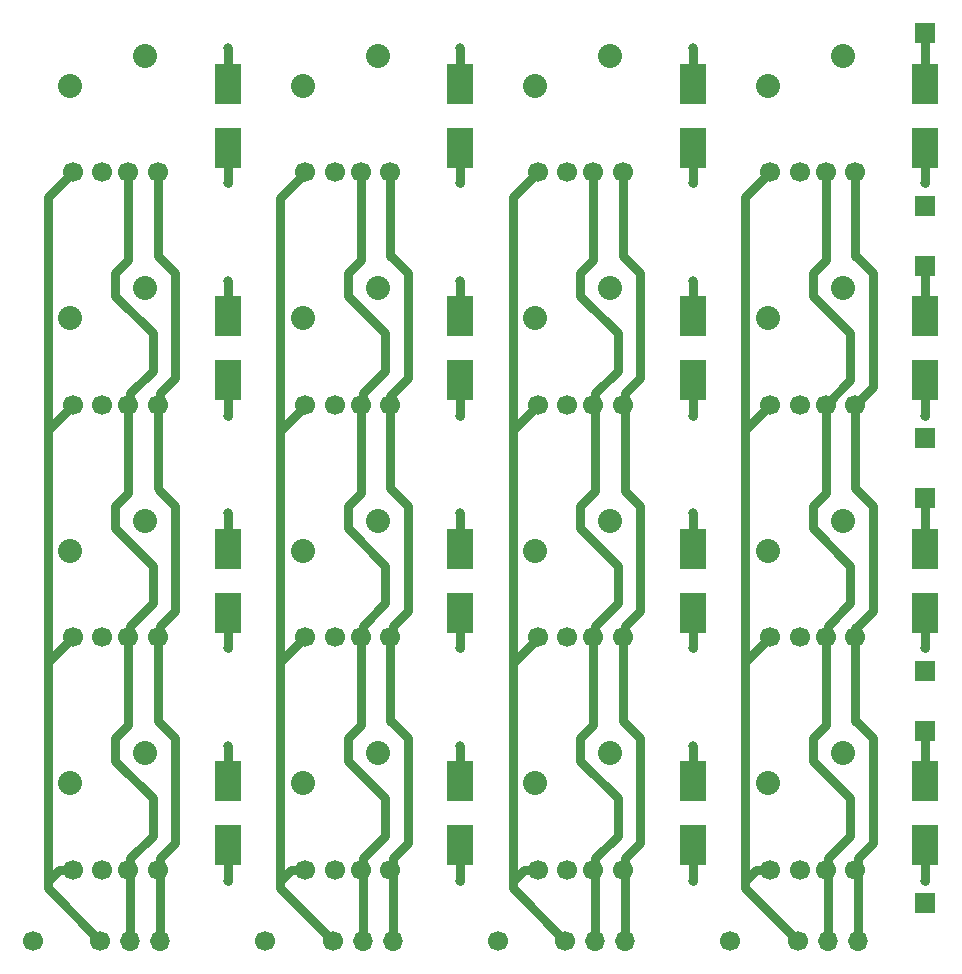
<source format=gbr>
%TF.GenerationSoftware,KiCad,Pcbnew,5.99.0-unknown-0ab82ef66~91~ubuntu20.04.1*%
%TF.CreationDate,2020-10-15T20:07:38+02:00*%
%TF.ProjectId,KeyPad-LED,4b657950-6164-42d4-9c45-442e6b696361,rev?*%
%TF.SameCoordinates,Original*%
%TF.FileFunction,Copper,L4,Bot*%
%TF.FilePolarity,Positive*%
%FSLAX46Y46*%
G04 Gerber Fmt 4.6, Leading zero omitted, Abs format (unit mm)*
G04 Created by KiCad (PCBNEW 5.99.0-unknown-0ab82ef66~91~ubuntu20.04.1) date 2020-10-15 20:07:38*
%MOMM*%
%LPD*%
G01*
G04 APERTURE LIST*
%TA.AperFunction,ComponentPad*%
%ADD10C,2.032000*%
%TD*%
%TA.AperFunction,ComponentPad*%
%ADD11C,1.700000*%
%TD*%
%TA.AperFunction,ComponentPad*%
%ADD12R,1.700000X1.700000*%
%TD*%
%TA.AperFunction,ComponentPad*%
%ADD13O,1.700000X1.700000*%
%TD*%
%TA.AperFunction,SMDPad,CuDef*%
%ADD14R,2.300000X3.500000*%
%TD*%
%TA.AperFunction,ViaPad*%
%ADD15C,0.800000*%
%TD*%
%TA.AperFunction,Conductor*%
%ADD16C,0.762000*%
%TD*%
G04 APERTURE END LIST*
D10*
%TO.P,MX LED,1*%
%TO.N,N/C*%
X193040000Y-117475000D03*
%TO.P,MX LED,2*%
X186690000Y-120015000D03*
D11*
%TO.P,MX LED,3*%
X186900000Y-127355000D03*
%TO.P,MX LED,4*%
X189400000Y-127355000D03*
%TO.P,MX LED,5*%
X191600000Y-127355000D03*
%TO.P,MX LED,6*%
X194100000Y-127355000D03*
%TD*%
D10*
%TO.P,MX LED,1*%
%TO.N,N/C*%
X133985000Y-117475000D03*
%TO.P,MX LED,2*%
X127635000Y-120015000D03*
D11*
%TO.P,MX LED,3*%
X127845000Y-127355000D03*
%TO.P,MX LED,4*%
X130345000Y-127355000D03*
%TO.P,MX LED,5*%
X132545000Y-127355000D03*
%TO.P,MX LED,6*%
X135045000Y-127355000D03*
%TD*%
D10*
%TO.P,MX LED,1*%
%TO.N,N/C*%
X153670000Y-117475000D03*
%TO.P,MX LED,2*%
X147320000Y-120015000D03*
D11*
%TO.P,MX LED,3*%
X147530000Y-127355000D03*
%TO.P,MX LED,4*%
X150030000Y-127355000D03*
%TO.P,MX LED,5*%
X152230000Y-127355000D03*
%TO.P,MX LED,6*%
X154730000Y-127355000D03*
%TD*%
D10*
%TO.P,MX LED,1*%
%TO.N,N/C*%
X173355000Y-117475000D03*
%TO.P,MX LED,2*%
X167005000Y-120015000D03*
D11*
%TO.P,MX LED,3*%
X167215000Y-127355000D03*
%TO.P,MX LED,4*%
X169715000Y-127355000D03*
%TO.P,MX LED,5*%
X171915000Y-127355000D03*
%TO.P,MX LED,6*%
X174415000Y-127355000D03*
%TD*%
D10*
%TO.P,MX LED,1*%
%TO.N,N/C*%
X193040000Y-97790000D03*
%TO.P,MX LED,2*%
X186690000Y-100330000D03*
D11*
%TO.P,MX LED,3*%
X186900000Y-107670000D03*
%TO.P,MX LED,4*%
X189400000Y-107670000D03*
%TO.P,MX LED,5*%
X191600000Y-107670000D03*
%TO.P,MX LED,6*%
X194100000Y-107670000D03*
%TD*%
D10*
%TO.P,MX LED,1*%
%TO.N,N/C*%
X133985000Y-97790000D03*
%TO.P,MX LED,2*%
X127635000Y-100330000D03*
D11*
%TO.P,MX LED,3*%
X127845000Y-107670000D03*
%TO.P,MX LED,4*%
X130345000Y-107670000D03*
%TO.P,MX LED,5*%
X132545000Y-107670000D03*
%TO.P,MX LED,6*%
X135045000Y-107670000D03*
%TD*%
D10*
%TO.P,MX LED,1*%
%TO.N,N/C*%
X153670000Y-97790000D03*
%TO.P,MX LED,2*%
X147320000Y-100330000D03*
D11*
%TO.P,MX LED,3*%
X147530000Y-107670000D03*
%TO.P,MX LED,4*%
X150030000Y-107670000D03*
%TO.P,MX LED,5*%
X152230000Y-107670000D03*
%TO.P,MX LED,6*%
X154730000Y-107670000D03*
%TD*%
D10*
%TO.P,MX LED,1*%
%TO.N,N/C*%
X173355000Y-97790000D03*
%TO.P,MX LED,2*%
X167005000Y-100330000D03*
D11*
%TO.P,MX LED,3*%
X167215000Y-107670000D03*
%TO.P,MX LED,4*%
X169715000Y-107670000D03*
%TO.P,MX LED,5*%
X171915000Y-107670000D03*
%TO.P,MX LED,6*%
X174415000Y-107670000D03*
%TD*%
D10*
%TO.P,MX LED,1*%
%TO.N,N/C*%
X193040000Y-78105000D03*
%TO.P,MX LED,2*%
X186690000Y-80645000D03*
D11*
%TO.P,MX LED,3*%
X186900000Y-87985000D03*
%TO.P,MX LED,4*%
X189400000Y-87985000D03*
%TO.P,MX LED,5*%
X191600000Y-87985000D03*
%TO.P,MX LED,6*%
X194100000Y-87985000D03*
%TD*%
D10*
%TO.P,MX LED,1*%
%TO.N,N/C*%
X133985000Y-78105000D03*
%TO.P,MX LED,2*%
X127635000Y-80645000D03*
D11*
%TO.P,MX LED,3*%
X127845000Y-87985000D03*
%TO.P,MX LED,4*%
X130345000Y-87985000D03*
%TO.P,MX LED,5*%
X132545000Y-87985000D03*
%TO.P,MX LED,6*%
X135045000Y-87985000D03*
%TD*%
D10*
%TO.P,MX LED,1*%
%TO.N,N/C*%
X153670000Y-78105000D03*
%TO.P,MX LED,2*%
X147320000Y-80645000D03*
D11*
%TO.P,MX LED,3*%
X147530000Y-87985000D03*
%TO.P,MX LED,4*%
X150030000Y-87985000D03*
%TO.P,MX LED,5*%
X152230000Y-87985000D03*
%TO.P,MX LED,6*%
X154730000Y-87985000D03*
%TD*%
D10*
%TO.P,MX LED,1*%
%TO.N,N/C*%
X173355000Y-78105000D03*
%TO.P,MX LED,2*%
X167005000Y-80645000D03*
D11*
%TO.P,MX LED,3*%
X167215000Y-87985000D03*
%TO.P,MX LED,4*%
X169715000Y-87985000D03*
%TO.P,MX LED,5*%
X171915000Y-87985000D03*
%TO.P,MX LED,6*%
X174415000Y-87985000D03*
%TD*%
D10*
%TO.P,MX LED,1*%
%TO.N,N/C*%
X173355000Y-58420000D03*
%TO.P,MX LED,2*%
X167005000Y-60960000D03*
D11*
%TO.P,MX LED,3*%
X167215000Y-68300000D03*
%TO.P,MX LED,4*%
X169715000Y-68300000D03*
%TO.P,MX LED,5*%
X171915000Y-68300000D03*
%TO.P,MX LED,6*%
X174415000Y-68300000D03*
%TD*%
D10*
%TO.P,MX LED,1*%
%TO.N,N/C*%
X193040000Y-58420000D03*
%TO.P,MX LED,2*%
X186690000Y-60960000D03*
D11*
%TO.P,MX LED,3*%
X186900000Y-68300000D03*
%TO.P,MX LED,4*%
X189400000Y-68300000D03*
%TO.P,MX LED,5*%
X191600000Y-68300000D03*
%TO.P,MX LED,6*%
X194100000Y-68300000D03*
%TD*%
D10*
%TO.P,MX LED,1*%
%TO.N,N/C*%
X153670000Y-58420000D03*
%TO.P,MX LED,2*%
X147320000Y-60960000D03*
D11*
%TO.P,MX LED,3*%
X147530000Y-68300000D03*
%TO.P,MX LED,4*%
X150030000Y-68300000D03*
%TO.P,MX LED,5*%
X152230000Y-68300000D03*
%TO.P,MX LED,6*%
X154730000Y-68300000D03*
%TD*%
%TO.P,MX LED,6*%
%TO.N,N/C*%
X135045000Y-68300000D03*
%TO.P,MX LED,5*%
X132545000Y-68300000D03*
%TO.P,MX LED,4*%
X130345000Y-68300000D03*
%TO.P,MX LED,3*%
X127845000Y-68300000D03*
D10*
%TO.P,MX LED,2*%
X127635000Y-60960000D03*
%TO.P,MX LED,1*%
X133985000Y-58420000D03*
%TD*%
D12*
%TO.P,PIN1,1*%
%TO.N,N/C*%
X200025000Y-115570000D03*
%TD*%
%TO.P,PIN1,1*%
%TO.N,N/C*%
X200025000Y-76200000D03*
%TD*%
%TO.P,LED,1*%
%TO.N,N/C*%
X200025000Y-90805000D03*
%TD*%
D11*
%TO.P,LED,1*%
%TO.N,N/C*%
X169545000Y-133350000D03*
D13*
%TO.P,LED,2*%
X172085000Y-133350000D03*
%TO.P,LED,3*%
X174625000Y-133350000D03*
%TD*%
D12*
%TO.P,PIN1,1*%
%TO.N,N/C*%
X200025000Y-56515000D03*
%TD*%
D11*
%TO.P,LED,1*%
%TO.N,N/C*%
X149860000Y-133350000D03*
D13*
%TO.P,LED,2*%
X152400000Y-133350000D03*
%TO.P,LED,3*%
X154940000Y-133350000D03*
%TD*%
D12*
%TO.P,LED,1*%
%TO.N,N/C*%
X200025000Y-71120000D03*
%TD*%
%TO.P,LED,1*%
%TO.N,N/C*%
X200025000Y-130175000D03*
%TD*%
D11*
%TO.P,LED,1*%
%TO.N,N/C*%
X130175000Y-133350000D03*
D13*
%TO.P,LED,2*%
X132715000Y-133350000D03*
%TO.P,LED,3*%
X135255000Y-133350000D03*
%TD*%
D11*
%TO.P,PIN2,1*%
%TO.N,N/C*%
X183515000Y-133350000D03*
%TD*%
%TO.P,PIN2,1*%
%TO.N,N/C*%
X144145000Y-133350000D03*
%TD*%
%TO.P,PIN2,1*%
%TO.N,N/C*%
X163830000Y-133350000D03*
%TD*%
D12*
%TO.P,PIN1,1*%
%TO.N,N/C*%
X200025000Y-95885000D03*
%TD*%
%TO.P,LED,1*%
%TO.N,N/C*%
X200025000Y-110490000D03*
%TD*%
D11*
%TO.P,PIN2,1*%
%TO.N,N/C*%
X124460000Y-133350000D03*
%TD*%
%TO.P,LED,1*%
%TO.N,N/C*%
X189230000Y-133350000D03*
D13*
%TO.P,LED,2*%
X191770000Y-133350000D03*
%TO.P,LED,3*%
X194310000Y-133350000D03*
%TD*%
D14*
%TO.P,SMD1,1*%
%TO.N,N/C*%
X140970000Y-85885000D03*
%TO.P,SMD1,2*%
X140970000Y-80485000D03*
%TD*%
%TO.P,SMD1,1*%
%TO.N,N/C*%
X180340000Y-105570000D03*
%TO.P,SMD1,2*%
X180340000Y-100170000D03*
%TD*%
%TO.P,SMD1,1*%
%TO.N,N/C*%
X140970000Y-66200000D03*
%TO.P,SMD1,2*%
X140970000Y-60800000D03*
%TD*%
%TO.P,SMD1,1*%
%TO.N,N/C*%
X160655000Y-85885000D03*
%TO.P,SMD1,2*%
X160655000Y-80485000D03*
%TD*%
%TO.P,SMD1,1*%
%TO.N,N/C*%
X180340000Y-85885000D03*
%TO.P,SMD1,2*%
X180340000Y-80485000D03*
%TD*%
%TO.P,SMD1,1*%
%TO.N,N/C*%
X180340000Y-125255000D03*
%TO.P,SMD1,2*%
X180340000Y-119855000D03*
%TD*%
%TO.P,SMD1,1*%
%TO.N,N/C*%
X200025000Y-105570000D03*
%TO.P,SMD1,2*%
X200025000Y-100170000D03*
%TD*%
%TO.P,SMD1,1*%
%TO.N,N/C*%
X160655000Y-125255000D03*
%TO.P,SMD1,2*%
X160655000Y-119855000D03*
%TD*%
%TO.P,SMD1,1*%
%TO.N,N/C*%
X200025000Y-66200000D03*
%TO.P,SMD1,2*%
X200025000Y-60800000D03*
%TD*%
%TO.P,SMD1,1*%
%TO.N,N/C*%
X180340000Y-66200000D03*
%TO.P,SMD1,2*%
X180340000Y-60800000D03*
%TD*%
%TO.P,SMD1,1*%
%TO.N,N/C*%
X140970000Y-125255000D03*
%TO.P,SMD1,2*%
X140970000Y-119855000D03*
%TD*%
%TO.P,SMD1,1*%
%TO.N,N/C*%
X200025000Y-125255000D03*
%TO.P,SMD1,2*%
X200025000Y-119855000D03*
%TD*%
%TO.P,SMD1,1*%
%TO.N,N/C*%
X140970000Y-105570000D03*
%TO.P,SMD1,2*%
X140970000Y-100170000D03*
%TD*%
%TO.P,SMD1,1*%
%TO.N,N/C*%
X160655000Y-66200000D03*
%TO.P,SMD1,2*%
X160655000Y-60800000D03*
%TD*%
%TO.P,SMD1,1*%
%TO.N,N/C*%
X160655000Y-105570000D03*
%TO.P,SMD1,2*%
X160655000Y-100170000D03*
%TD*%
%TO.P,SMD1,1*%
%TO.N,N/C*%
X200025000Y-85885000D03*
%TO.P,SMD1,2*%
X200025000Y-80485000D03*
%TD*%
D15*
%TO.N,*%
X180340000Y-97155000D03*
X140970000Y-77470000D03*
X140970000Y-88900000D03*
X160655000Y-57785000D03*
X160655000Y-97155000D03*
X200025000Y-69215000D03*
X200025000Y-128270000D03*
X140970000Y-57785000D03*
X180340000Y-108585000D03*
X160655000Y-88900000D03*
X200025000Y-88900000D03*
X140970000Y-69215000D03*
X140970000Y-108585000D03*
X180340000Y-88900000D03*
X140970000Y-116840000D03*
X180340000Y-57785000D03*
X140970000Y-97155000D03*
X180340000Y-69215000D03*
X180340000Y-128270000D03*
X160655000Y-116840000D03*
X160655000Y-77470000D03*
X160655000Y-108585000D03*
X180340000Y-77470000D03*
X200025000Y-108585000D03*
X180340000Y-116840000D03*
X160655000Y-128270000D03*
X140970000Y-128270000D03*
X160655000Y-69215000D03*
%TD*%
D16*
%TO.N,*%
X194310000Y-128270000D02*
X194310000Y-131445000D01*
X194310000Y-128270000D02*
X194310000Y-127565000D01*
X194310000Y-126365000D02*
X194310000Y-128270000D01*
X194310000Y-127565000D02*
X194100000Y-127355000D01*
X191770000Y-128270000D02*
X191770000Y-131445000D01*
X191770000Y-126365000D02*
X191770000Y-128270000D01*
X191770000Y-128270000D02*
X191770000Y-127525000D01*
X191770000Y-127525000D02*
X191600000Y-127355000D01*
X174625000Y-128270000D02*
X174625000Y-131445000D01*
X174625000Y-126365000D02*
X174625000Y-128270000D01*
X174625000Y-128270000D02*
X174625000Y-127565000D01*
X174625000Y-127565000D02*
X174415000Y-127355000D01*
X172085000Y-128270000D02*
X172085000Y-131445000D01*
X172085000Y-126365000D02*
X172085000Y-128270000D01*
X172085000Y-128270000D02*
X172085000Y-127525000D01*
X172085000Y-127525000D02*
X171915000Y-127355000D01*
X154940000Y-133350000D02*
X154940000Y-127565000D01*
X154940000Y-127565000D02*
X154730000Y-127355000D01*
X152400000Y-133350000D02*
X152400000Y-127525000D01*
X152400000Y-127525000D02*
X152230000Y-127355000D01*
X135255000Y-133350000D02*
X135255000Y-127565000D01*
X135255000Y-127565000D02*
X135045000Y-127355000D01*
X132715000Y-133350000D02*
X132715000Y-127525000D01*
X132715000Y-127525000D02*
X132545000Y-127355000D01*
X184785000Y-128270000D02*
X185700000Y-127355000D01*
X185700000Y-127355000D02*
X186900000Y-127355000D01*
X194100000Y-87985000D02*
X194100000Y-95040000D01*
X194100000Y-95040000D02*
X194310000Y-95250000D01*
X195580000Y-85725000D02*
X195580000Y-86505000D01*
X195580000Y-86505000D02*
X194100000Y-87985000D01*
X191600000Y-87985000D02*
X193675000Y-85910000D01*
X193675000Y-85910000D02*
X193675000Y-85090000D01*
X190500000Y-96520000D02*
X191600000Y-95420000D01*
X191600000Y-95420000D02*
X191600000Y-87985000D01*
X184785000Y-108585000D02*
X184785000Y-109855000D01*
X184785000Y-109855000D02*
X184785000Y-127635000D01*
X186900000Y-107670000D02*
X184785000Y-109785000D01*
X184785000Y-109785000D02*
X184785000Y-109855000D01*
X184785000Y-89535000D02*
X184785000Y-90805000D01*
X184785000Y-90805000D02*
X184785000Y-108585000D01*
X186900000Y-87985000D02*
X184785000Y-90100000D01*
X184785000Y-90100000D02*
X184785000Y-90805000D01*
X184785000Y-88265000D02*
X184785000Y-70415000D01*
X184785000Y-70415000D02*
X186900000Y-68300000D01*
X174625000Y-86995000D02*
X174625000Y-92075000D01*
X174625000Y-93980000D02*
X174625000Y-95250000D01*
X174625000Y-92075000D02*
X174625000Y-93980000D01*
X172085000Y-86995000D02*
X172085000Y-89535000D01*
X172085000Y-93980000D02*
X172085000Y-95250000D01*
X172085000Y-89535000D02*
X172085000Y-93980000D01*
X165100000Y-89535000D02*
X165100000Y-90170000D01*
X165100000Y-90170000D02*
X165100000Y-108585000D01*
X167215000Y-87985000D02*
X165100000Y-90100000D01*
X165100000Y-90100000D02*
X165100000Y-90170000D01*
X165100000Y-88265000D02*
X165100000Y-70415000D01*
X165100000Y-70415000D02*
X167215000Y-68300000D01*
X152230000Y-87985000D02*
X152400000Y-87815000D01*
X152400000Y-87815000D02*
X152400000Y-86995000D01*
X154730000Y-87985000D02*
X154730000Y-87205000D01*
X154730000Y-87205000D02*
X154940000Y-86995000D01*
X154730000Y-87985000D02*
X154730000Y-95040000D01*
X154730000Y-95040000D02*
X154940000Y-95250000D01*
X152230000Y-87985000D02*
X152230000Y-95420000D01*
X152230000Y-95420000D02*
X151130000Y-96520000D01*
X135255000Y-86995000D02*
X135255000Y-87775000D01*
X135255000Y-87775000D02*
X135045000Y-87985000D01*
X132715000Y-86995000D02*
X132715000Y-87815000D01*
X132715000Y-87815000D02*
X132545000Y-87985000D01*
X135255000Y-106680000D02*
X135255000Y-107460000D01*
X135255000Y-107460000D02*
X135045000Y-107670000D01*
X132715000Y-106680000D02*
X132715000Y-107500000D01*
X132715000Y-107500000D02*
X132545000Y-107670000D01*
X165100000Y-109855000D02*
X165100000Y-127635000D01*
X165100000Y-108585000D02*
X165100000Y-109855000D01*
X165100000Y-109855000D02*
X167215000Y-107740000D01*
X167215000Y-107740000D02*
X167215000Y-107670000D01*
X165100000Y-128270000D02*
X166015000Y-127355000D01*
X166015000Y-127355000D02*
X167215000Y-127355000D01*
X194310000Y-126365000D02*
X194310000Y-127145000D01*
X194310000Y-127145000D02*
X194100000Y-127355000D01*
X191770000Y-126365000D02*
X191770000Y-127185000D01*
X191770000Y-127185000D02*
X191600000Y-127355000D01*
X174625000Y-126365000D02*
X174625000Y-127145000D01*
X174625000Y-127145000D02*
X174415000Y-127355000D01*
X172085000Y-126365000D02*
X172085000Y-127185000D01*
X172085000Y-127185000D02*
X171915000Y-127355000D01*
X154940000Y-126365000D02*
X154940000Y-127145000D01*
X154940000Y-127145000D02*
X154730000Y-127355000D01*
X152400000Y-126365000D02*
X152400000Y-127185000D01*
X152400000Y-127185000D02*
X152230000Y-127355000D01*
X135255000Y-126365000D02*
X135255000Y-127145000D01*
X135255000Y-127145000D02*
X135045000Y-127355000D01*
X132715000Y-126365000D02*
X132715000Y-127185000D01*
X132715000Y-127185000D02*
X132545000Y-127355000D01*
X154940000Y-106680000D02*
X154940000Y-107460000D01*
X154940000Y-107460000D02*
X154730000Y-107670000D01*
X152400000Y-106680000D02*
X152400000Y-107500000D01*
X152400000Y-107500000D02*
X152230000Y-107670000D01*
X194100000Y-107670000D02*
X194100000Y-114725000D01*
X194100000Y-114725000D02*
X194310000Y-114935000D01*
X194100000Y-107670000D02*
X194100000Y-106890000D01*
X194100000Y-106890000D02*
X194310000Y-106680000D01*
X191770000Y-106680000D02*
X191770000Y-107500000D01*
X191770000Y-107500000D02*
X191600000Y-107670000D01*
X190500000Y-116205000D02*
X191600000Y-115105000D01*
X191600000Y-115105000D02*
X191600000Y-107670000D01*
X174625000Y-106680000D02*
X174625000Y-107460000D01*
X174625000Y-107460000D02*
X174415000Y-107670000D01*
X172085000Y-106680000D02*
X172085000Y-107500000D01*
X172085000Y-107500000D02*
X171915000Y-107670000D01*
X174415000Y-107670000D02*
X174415000Y-114725000D01*
X174415000Y-114725000D02*
X174625000Y-114935000D01*
X171915000Y-107670000D02*
X171915000Y-115105000D01*
X171915000Y-115105000D02*
X170815000Y-116205000D01*
X145415000Y-128270000D02*
X146330000Y-127355000D01*
X146330000Y-127355000D02*
X147530000Y-127355000D01*
X145415000Y-109855000D02*
X145415000Y-127635000D01*
X145415000Y-109220000D02*
X145415000Y-109855000D01*
X145415000Y-109855000D02*
X145415000Y-109785000D01*
X145415000Y-109785000D02*
X147530000Y-107670000D01*
X145415000Y-90170000D02*
X145415000Y-89535000D01*
X145415000Y-108585000D02*
X145415000Y-90170000D01*
X145415000Y-90170000D02*
X147530000Y-88055000D01*
X147530000Y-88055000D02*
X147530000Y-87985000D01*
X145415000Y-108585000D02*
X145415000Y-109220000D01*
X145415000Y-89535000D02*
X145415000Y-70485000D01*
X145415000Y-70485000D02*
X147530000Y-68370000D01*
X147530000Y-68370000D02*
X147530000Y-68300000D01*
X135045000Y-107670000D02*
X135045000Y-114725000D01*
X135045000Y-114725000D02*
X135255000Y-114935000D01*
X132545000Y-107670000D02*
X132545000Y-115105000D01*
X132545000Y-115105000D02*
X131445000Y-116205000D01*
X154730000Y-107670000D02*
X154730000Y-114725000D01*
X154730000Y-114725000D02*
X154940000Y-114935000D01*
X152230000Y-107670000D02*
X152230000Y-115105000D01*
X152230000Y-115105000D02*
X151130000Y-116205000D01*
X125730000Y-128270000D02*
X126645000Y-127355000D01*
X126645000Y-127355000D02*
X127845000Y-127355000D01*
X135045000Y-87985000D02*
X135045000Y-95040000D01*
X135045000Y-95040000D02*
X135255000Y-95250000D01*
X132545000Y-87985000D02*
X132545000Y-95420000D01*
X132545000Y-95420000D02*
X131445000Y-96520000D01*
X125730000Y-109220000D02*
X125730000Y-109855000D01*
X125730000Y-109855000D02*
X125730000Y-128270000D01*
X127845000Y-107670000D02*
X125730000Y-109785000D01*
X125730000Y-109785000D02*
X125730000Y-109855000D01*
X125730000Y-88900000D02*
X125730000Y-90170000D01*
X125730000Y-90170000D02*
X125730000Y-109220000D01*
X127845000Y-87985000D02*
X125730000Y-90100000D01*
X125730000Y-90100000D02*
X125730000Y-90170000D01*
X194310000Y-75565000D02*
X194100000Y-75355000D01*
X194100000Y-75355000D02*
X194100000Y-68300000D01*
X191600000Y-68300000D02*
X191600000Y-75735000D01*
X191600000Y-75735000D02*
X190500000Y-76835000D01*
X170815000Y-76835000D02*
X171915000Y-75735000D01*
X171915000Y-75735000D02*
X171915000Y-68300000D01*
X174415000Y-68300000D02*
X174415000Y-75355000D01*
X174415000Y-75355000D02*
X174625000Y-75565000D01*
X154730000Y-68300000D02*
X154730000Y-75355000D01*
X154730000Y-75355000D02*
X154940000Y-75565000D01*
X152230000Y-68300000D02*
X152230000Y-75735000D01*
X152230000Y-75735000D02*
X151130000Y-76835000D01*
X132545000Y-68300000D02*
X132545000Y-75735000D01*
X132545000Y-75735000D02*
X131445000Y-76835000D01*
X135045000Y-68300000D02*
X135045000Y-75355000D01*
X135045000Y-75355000D02*
X135255000Y-75565000D01*
X125730000Y-88900000D02*
X125730000Y-70415000D01*
X125730000Y-70415000D02*
X127845000Y-68300000D01*
X173990000Y-85090000D02*
X172085000Y-86995000D01*
X125730000Y-128270000D02*
X125730000Y-128905000D01*
X165100000Y-128270000D02*
X165100000Y-128905000D01*
X160655000Y-125255000D02*
X160655000Y-128270000D01*
X174625000Y-131445000D02*
X174625000Y-133350000D01*
X175895000Y-96520000D02*
X175895000Y-104140000D01*
X173990000Y-121285000D02*
X173990000Y-124460000D01*
X170815000Y-78740000D02*
X173990000Y-81915000D01*
X180340000Y-125255000D02*
X180340000Y-128270000D01*
X173990000Y-124460000D02*
X172085000Y-126365000D01*
X154305000Y-124460000D02*
X152400000Y-126365000D01*
X156210000Y-124460000D02*
X156210000Y-125095000D01*
X131445000Y-116205000D02*
X131445000Y-118110000D01*
X134620000Y-101600000D02*
X134620000Y-104775000D01*
X156210000Y-105410000D02*
X154940000Y-106680000D01*
X175895000Y-105410000D02*
X175895000Y-104140000D01*
X151130000Y-118110000D02*
X154305000Y-121285000D01*
X125730000Y-108585000D02*
X125730000Y-109220000D01*
X134620000Y-85090000D02*
X132715000Y-86995000D01*
X136525000Y-124460000D02*
X136525000Y-125095000D01*
X160655000Y-116840000D02*
X160655000Y-119855000D01*
X165100000Y-88265000D02*
X165100000Y-89535000D01*
X172085000Y-95250000D02*
X170815000Y-96520000D01*
X194310000Y-95250000D02*
X195580000Y-96520000D01*
X140970000Y-77470000D02*
X140970000Y-80485000D01*
X136525000Y-85725000D02*
X135255000Y-86995000D01*
X134620000Y-104775000D02*
X132715000Y-106680000D01*
X165100000Y-128905000D02*
X169545000Y-133350000D01*
X180340000Y-66200000D02*
X180340000Y-69215000D01*
X134620000Y-81915000D02*
X134620000Y-85090000D01*
X151130000Y-76835000D02*
X151130000Y-78740000D01*
X131445000Y-118110000D02*
X134620000Y-121285000D01*
X190500000Y-76835000D02*
X190500000Y-78740000D01*
X195580000Y-76835000D02*
X195580000Y-85090000D01*
X191770000Y-131445000D02*
X191770000Y-133350000D01*
X194310000Y-114935000D02*
X195580000Y-116205000D01*
X140970000Y-116840000D02*
X140970000Y-119855000D01*
X160655000Y-66200000D02*
X160655000Y-69215000D01*
X194310000Y-131445000D02*
X194310000Y-133350000D01*
X135255000Y-114935000D02*
X136525000Y-116205000D01*
X156210000Y-125095000D02*
X154940000Y-126365000D01*
X145415000Y-127635000D02*
X145415000Y-128905000D01*
X160655000Y-105570000D02*
X160655000Y-108585000D01*
X136525000Y-85090000D02*
X136525000Y-85725000D01*
X154940000Y-114935000D02*
X156210000Y-116205000D01*
X200025000Y-76200000D02*
X200025000Y-80485000D01*
X195580000Y-124460000D02*
X195580000Y-125095000D01*
X175895000Y-104140000D02*
X175895000Y-104775000D01*
X175895000Y-124460000D02*
X175895000Y-125095000D01*
X200025000Y-95885000D02*
X200025000Y-100170000D01*
X140970000Y-85885000D02*
X140970000Y-88900000D01*
X190500000Y-116205000D02*
X190500000Y-118110000D01*
X175895000Y-105410000D02*
X174625000Y-106680000D01*
X195580000Y-116205000D02*
X195580000Y-124460000D01*
X151130000Y-78740000D02*
X154305000Y-81915000D01*
X175895000Y-116205000D02*
X175895000Y-124460000D01*
X200025000Y-125255000D02*
X200025000Y-128270000D01*
X193675000Y-101600000D02*
X193675000Y-104775000D01*
X145415000Y-128270000D02*
X145415000Y-128905000D01*
X135255000Y-75565000D02*
X136525000Y-76835000D01*
X195580000Y-105410000D02*
X194310000Y-106680000D01*
X140970000Y-125255000D02*
X140970000Y-128270000D01*
X154305000Y-121285000D02*
X154305000Y-124460000D01*
X180340000Y-77470000D02*
X180340000Y-80485000D01*
X200025000Y-105570000D02*
X200025000Y-108585000D01*
X131445000Y-78740000D02*
X134620000Y-81915000D01*
X160655000Y-85885000D02*
X160655000Y-88900000D01*
X131445000Y-96520000D02*
X131445000Y-98425000D01*
X194310000Y-75565000D02*
X195580000Y-76835000D01*
X184785000Y-128270000D02*
X184785000Y-128905000D01*
X172085000Y-131445000D02*
X172085000Y-133350000D01*
X173990000Y-81915000D02*
X173990000Y-85090000D01*
X174625000Y-95250000D02*
X175895000Y-96520000D01*
X134620000Y-124460000D02*
X132715000Y-126365000D01*
X184785000Y-88900000D02*
X184785000Y-89535000D01*
X180340000Y-85885000D02*
X180340000Y-88900000D01*
X156210000Y-85725000D02*
X154940000Y-86995000D01*
X151130000Y-96520000D02*
X151130000Y-98425000D01*
X190500000Y-118110000D02*
X193675000Y-121285000D01*
X170815000Y-116205000D02*
X170815000Y-118110000D01*
X140970000Y-105570000D02*
X140970000Y-108585000D01*
X175895000Y-85090000D02*
X175895000Y-85725000D01*
X175895000Y-85725000D02*
X174625000Y-86995000D01*
X193675000Y-121285000D02*
X193675000Y-124460000D01*
X156210000Y-105410000D02*
X156210000Y-104140000D01*
X170815000Y-76835000D02*
X170815000Y-78740000D01*
X195580000Y-125095000D02*
X194310000Y-126365000D01*
X154940000Y-95250000D02*
X156210000Y-96520000D01*
X136525000Y-105410000D02*
X135255000Y-106680000D01*
X175895000Y-125095000D02*
X174625000Y-126365000D01*
X200025000Y-85885000D02*
X200025000Y-88900000D01*
X136525000Y-116205000D02*
X136525000Y-124460000D01*
X200025000Y-56515000D02*
X200025000Y-60800000D01*
X190500000Y-98425000D02*
X193675000Y-101600000D01*
X184785000Y-88265000D02*
X184785000Y-89535000D01*
X156210000Y-104140000D02*
X156210000Y-104775000D01*
X145415000Y-128905000D02*
X149860000Y-133350000D01*
X140970000Y-97155000D02*
X140970000Y-100170000D01*
X200025000Y-115570000D02*
X200025000Y-119855000D01*
X160655000Y-97155000D02*
X160655000Y-100170000D01*
X193675000Y-124460000D02*
X191770000Y-126365000D01*
X154940000Y-75565000D02*
X156210000Y-76835000D01*
X195580000Y-105410000D02*
X195580000Y-104775000D01*
X193675000Y-81915000D02*
X193675000Y-85090000D01*
X156210000Y-96520000D02*
X156210000Y-104140000D01*
X200025000Y-66200000D02*
X200025000Y-69215000D01*
X174625000Y-75565000D02*
X175895000Y-76835000D01*
X170815000Y-118110000D02*
X173990000Y-121285000D01*
X125730000Y-128905000D02*
X130175000Y-133350000D01*
X136525000Y-96520000D02*
X136525000Y-104775000D01*
X165100000Y-88900000D02*
X165100000Y-89535000D01*
X195580000Y-85090000D02*
X195580000Y-85725000D01*
X151130000Y-98425000D02*
X154305000Y-101600000D01*
X131445000Y-98425000D02*
X134620000Y-101600000D01*
X180340000Y-116840000D02*
X180340000Y-119855000D01*
X190500000Y-78740000D02*
X193675000Y-81915000D01*
X131445000Y-76835000D02*
X131445000Y-78740000D01*
X140970000Y-57785000D02*
X140970000Y-60800000D01*
X175895000Y-76835000D02*
X175895000Y-85090000D01*
X184785000Y-128905000D02*
X189230000Y-133350000D01*
X156210000Y-116205000D02*
X156210000Y-124460000D01*
X184785000Y-127635000D02*
X184785000Y-128905000D01*
X174625000Y-114935000D02*
X175895000Y-116205000D01*
X136525000Y-104775000D02*
X136525000Y-105410000D01*
X173990000Y-101600000D02*
X173990000Y-104775000D01*
X154305000Y-101600000D02*
X154305000Y-104775000D01*
X156210000Y-76835000D02*
X156210000Y-85090000D01*
X135255000Y-95250000D02*
X136525000Y-96520000D01*
X180340000Y-57785000D02*
X180340000Y-60800000D01*
X160655000Y-57785000D02*
X160655000Y-60800000D01*
X190500000Y-96520000D02*
X190500000Y-98425000D01*
X173990000Y-104775000D02*
X172085000Y-106680000D01*
X193675000Y-104775000D02*
X191770000Y-106680000D01*
X180340000Y-105570000D02*
X180340000Y-108585000D01*
X136525000Y-125095000D02*
X135255000Y-126365000D01*
X160655000Y-77470000D02*
X160655000Y-80485000D01*
X154305000Y-85090000D02*
X152400000Y-86995000D01*
X140970000Y-66200000D02*
X140970000Y-69215000D01*
X170815000Y-98425000D02*
X173990000Y-101600000D01*
X151130000Y-116205000D02*
X151130000Y-118110000D01*
X154305000Y-81915000D02*
X154305000Y-85090000D01*
X180340000Y-97155000D02*
X180340000Y-100170000D01*
X170815000Y-96520000D02*
X170815000Y-98425000D01*
X154305000Y-104775000D02*
X152400000Y-106680000D01*
X136525000Y-76835000D02*
X136525000Y-85090000D01*
X156210000Y-85090000D02*
X156210000Y-85725000D01*
X195580000Y-96520000D02*
X195580000Y-104775000D01*
X165100000Y-127635000D02*
X165100000Y-128905000D01*
X134620000Y-121285000D02*
X134620000Y-124460000D01*
%TD*%
M02*

</source>
